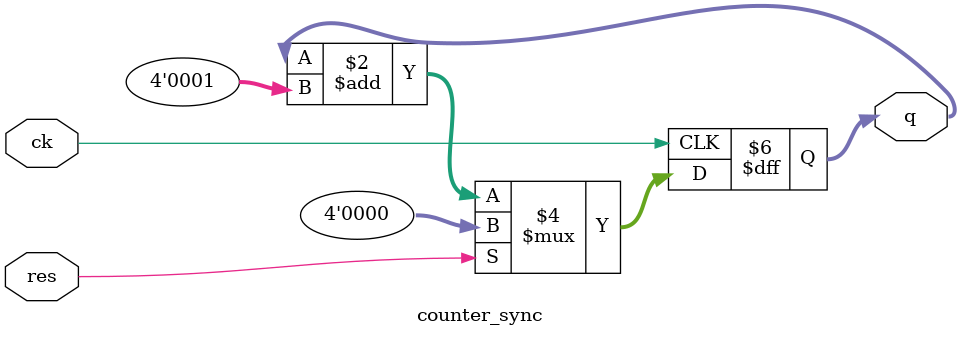
<source format=v>
/*
  ÈºÌ2ÂÌW[Ìá¢ðæ­ð·é±Æ
*/

// ÁZZqÉæéSrbgEJE^iñ¯úZbgj

module counter( ck, res, q );
input           ck, res;
output  [3:0]   q;
reg     [3:0]   q;

always @( posedge ck or posedge res ) begin
    if ( res )
        q <= 4'h0;
    else
        q <= q + 4'h1;
end

endmodule


// ÁZZqÉæéSrbgEJE^i¯úZbgj

module counter_sync( ck, res, q );
input           ck, res;
output  [3:0]   q;
reg     [3:0]   q;

always @( posedge ck ) begin
    if ( res )
        q <= 4'h0;
    else
        q <= q + 4'h1;
end

endmodule

</source>
